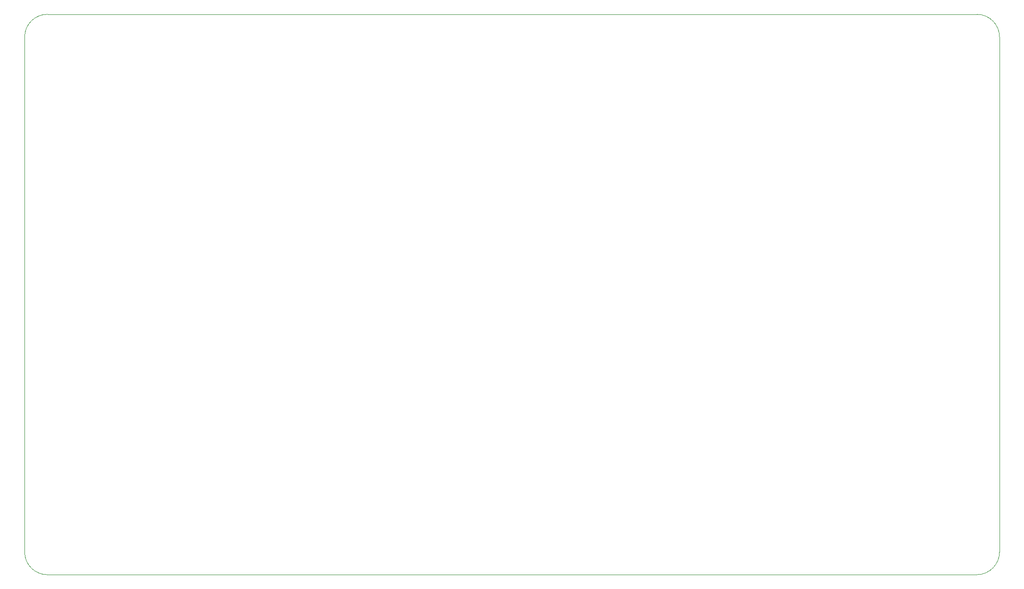
<source format=gbr>
%TF.GenerationSoftware,KiCad,Pcbnew,8.0.5*%
%TF.CreationDate,2024-10-01T19:03:58-07:00*%
%TF.ProjectId,MRIRobot_PCB,4d524952-6f62-46f7-945f-5043422e6b69,rev?*%
%TF.SameCoordinates,Original*%
%TF.FileFunction,Profile,NP*%
%FSLAX46Y46*%
G04 Gerber Fmt 4.6, Leading zero omitted, Abs format (unit mm)*
G04 Created by KiCad (PCBNEW 8.0.5) date 2024-10-01 19:03:58*
%MOMM*%
%LPD*%
G01*
G04 APERTURE LIST*
%TA.AperFunction,Profile*%
%ADD10C,0.100000*%
%TD*%
G04 APERTURE END LIST*
D10*
X54000000Y-72000000D02*
G75*
G02*
X58000000Y-68000000I4000000J0D01*
G01*
X54000000Y-72000000D02*
X54000000Y-163000000D01*
X58000000Y-167000000D02*
G75*
G02*
X54000000Y-163000000I0J4000000D01*
G01*
X226000000Y-163000000D02*
G75*
G02*
X222000000Y-167000000I-4000000J0D01*
G01*
X222000000Y-68000000D02*
G75*
G02*
X226000000Y-72000000I0J-4000000D01*
G01*
X226000000Y-72000000D02*
X226000000Y-163000000D01*
X222000000Y-167000000D02*
X58000000Y-167000000D01*
X58000000Y-68000000D02*
X222000000Y-68000000D01*
M02*

</source>
